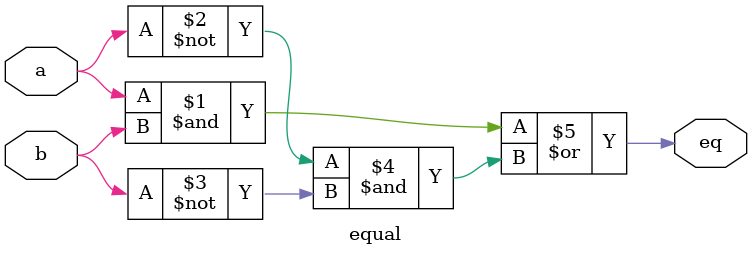
<source format=v>
`timescale 1ns / 1ps


module equal(
    input a, b,
    output eq
    );
    
    assign eq = a & b | ~a & ~b;
endmodule

</source>
